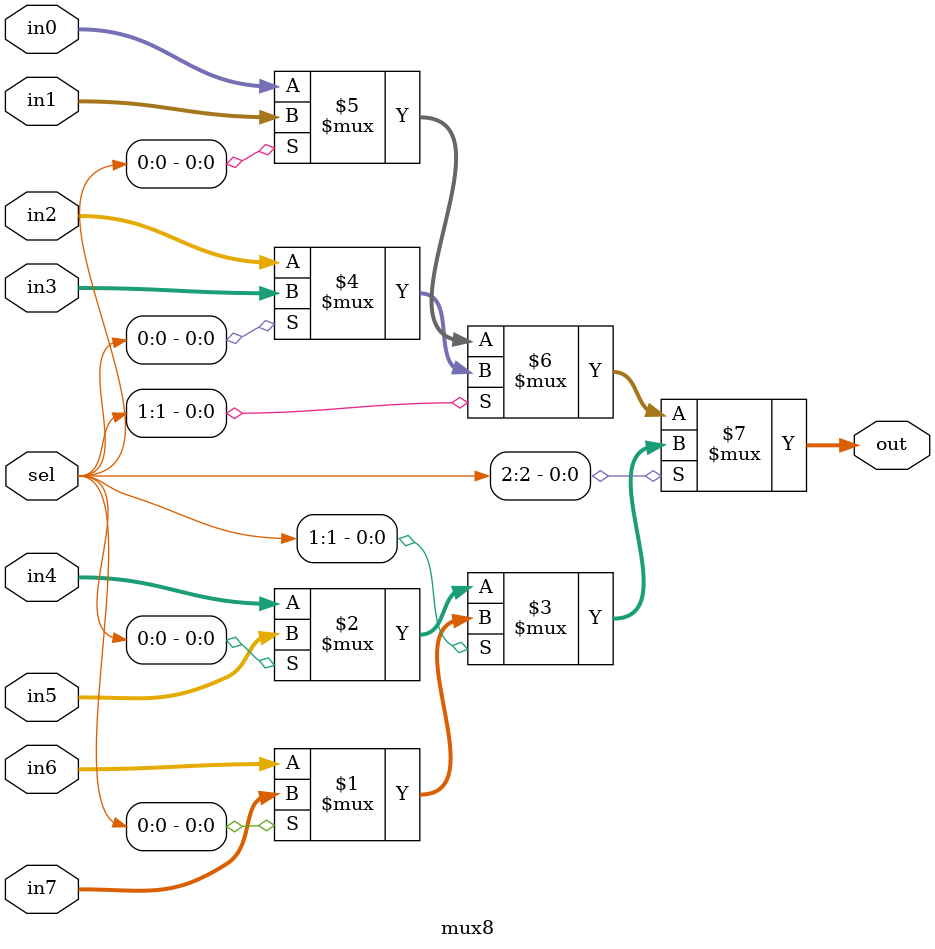
<source format=v>

module mux2 #( parameter W = 32 )
(
    input[W-1:0]    in0,
    input[W-1:0]    in1,
    input           sel,
    output[W-1:0]   out
);

    // Conditional operator - http://www.verilog.renerta.com/source/vrg00010.htm
    assign out = (sel) ? in1 : in0;

endmodule

// Four-input MUX with parameterized bit width (default: 32-bits)
module mux4 #( parameter W = 32 )
(
    input [W-1:0] in0,              // 4-bit input called a
    input [W-1:0] in1,              // 4-bit input called b
    input [W-1:0] in2,              // 4-bit input called c
    input [W-1:0] in3,              // 4-bit input called d
    input [1:0] sel,                // input sel used to select between a,b,c,d
    output [W-1:0] out              // 4-bit output based on input sel
);

    // When sel[1] is 0, (sel[0]? b:a) is selected and when sel[1] is 1, (sel[0] ? d:c) is taken
    // When sel[0] is 0, a is sent to output, else b and when sel[0] is 0, c is sent to output, else d
    assign out = sel[1] ? (sel[0] ? in3 : in2) : (sel[0] ? in1 : in0);

endmodule

// Eight-input MUX with parameterized bit width (default: 32-bits)
module mux8 #( parameter W = 32 )
(
    input [W-1:0] in0, in1, in2, in3, in4, in5, in6, in7,
    input [2:0] sel,    
    output [W-1:0] out
);

    // When sel[2] is 0, (sel[1] ? d:c:b:a) is selected and when sel[2] is 1, (sel[1] ? h:g:f:e) is taken
    // When sel[1] is 0, (sel[0] ? b:a) is selected and when sel[1] is 1, (sel[0] ? d:c) is taken
    // When sel[0] is 0, a is sent to output, else b and when sel[0] is 0, c is sent to output, else d
    assign out = sel[2] ? (sel[1] ? (sel[0] ? in7 : in6) : (sel[0] ? in5 : in4)) : (sel[1] ? (sel[0] ? in3 : in2) : (sel[0] ? in1 : in0));

endmodule

</source>
